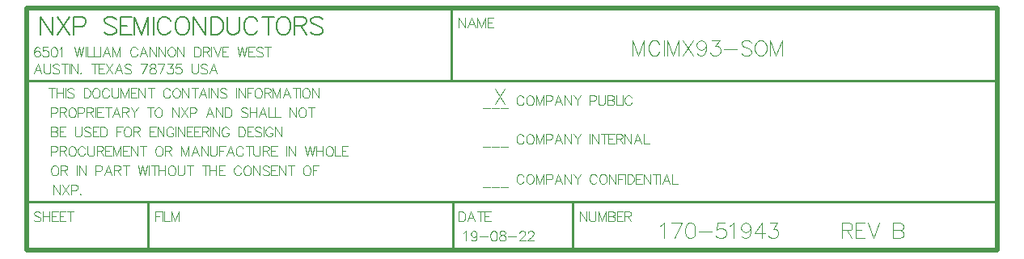
<source format=gbr>
%TF.GenerationSoftware,Altium Limited,Altium Designer,25.7.1 (20)*%
G04 Layer_Color=32768*
%FSLAX45Y45*%
%MOMM*%
%TF.SameCoordinates,1AA72D45-9F13-4BD8-B423-63960E99F270*%
%TF.FilePolarity,Positive*%
%TF.FileFunction,Other,Patch_Top*%
%TF.Part,Single*%
G01*
G75*
%TA.AperFunction,NonConductor*%
%ADD95C,0.25400*%
%ADD110C,0.50800*%
%ADD111C,0.08890*%
%ADD112C,0.14224*%
%ADD113C,0.11938*%
D95*
X-8653526Y-7384161D02*
Y-6622161D01*
X-11828526Y-9162161D02*
Y-8654161D01*
X-8640826Y-9162161D02*
Y-8654161D01*
X-13098526D02*
X-2938526D01*
X-7383526Y-9162161D02*
Y-8654161D01*
X-13098526Y-7384161D02*
X-2938526D01*
X-13098526Y-7892161D02*
Y-7384161D01*
D110*
Y-9162161D02*
X-2938526D01*
Y-6622161D01*
X-13098526D02*
X-2938526D01*
X-13098526Y-9162161D02*
Y-6622161D01*
D111*
X-12819125Y-8476383D02*
Y-8577961D01*
Y-8476383D02*
X-12751407Y-8577961D01*
Y-8476383D02*
Y-8577961D01*
X-12723352Y-8476383D02*
X-12655633Y-8577961D01*
Y-8476383D02*
X-12723352Y-8577961D01*
X-12632899Y-8529591D02*
X-12589366D01*
X-12574855Y-8524753D01*
X-12570018Y-8519916D01*
X-12565180Y-8510242D01*
Y-8495731D01*
X-12570018Y-8486057D01*
X-12574855Y-8481220D01*
X-12589366Y-8476383D01*
X-12632899D01*
Y-8577961D01*
X-12537609Y-8568287D02*
X-12542446Y-8573124D01*
X-12537609Y-8577961D01*
X-12532772Y-8573124D01*
X-12537609Y-8568287D01*
X-7307326Y-8755783D02*
Y-8857361D01*
Y-8755783D02*
X-7239607Y-8857361D01*
Y-8755783D02*
Y-8857361D01*
X-7211552Y-8755783D02*
Y-8828339D01*
X-7206715Y-8842850D01*
X-7197041Y-8852524D01*
X-7182530Y-8857361D01*
X-7172856D01*
X-7158345Y-8852524D01*
X-7148670Y-8842850D01*
X-7143833Y-8828339D01*
Y-8755783D01*
X-7115779D02*
Y-8857361D01*
Y-8755783D02*
X-7077082Y-8857361D01*
X-7038385Y-8755783D02*
X-7077082Y-8857361D01*
X-7038385Y-8755783D02*
Y-8857361D01*
X-7009363Y-8755783D02*
Y-8857361D01*
Y-8755783D02*
X-6965830D01*
X-6951319Y-8760620D01*
X-6946481Y-8765457D01*
X-6941644Y-8775131D01*
Y-8784805D01*
X-6946481Y-8794479D01*
X-6951319Y-8799316D01*
X-6965830Y-8804153D01*
X-7009363D02*
X-6965830D01*
X-6951319Y-8808991D01*
X-6946481Y-8813827D01*
X-6941644Y-8823502D01*
Y-8838013D01*
X-6946481Y-8847687D01*
X-6951319Y-8852524D01*
X-6965830Y-8857361D01*
X-7009363D01*
X-6856028Y-8755783D02*
X-6918910D01*
Y-8857361D01*
X-6856028D01*
X-6918910Y-8804153D02*
X-6880214D01*
X-6839099Y-8755783D02*
Y-8857361D01*
Y-8755783D02*
X-6795565D01*
X-6781054Y-8760620D01*
X-6776217Y-8765457D01*
X-6771380Y-8775131D01*
Y-8784805D01*
X-6776217Y-8794479D01*
X-6781054Y-8799316D01*
X-6795565Y-8804153D01*
X-6839099D01*
X-6805239D02*
X-6771380Y-8857361D01*
X-12836067Y-7460383D02*
Y-7561961D01*
X-12869926Y-7460383D02*
X-12802206D01*
X-12790115D02*
Y-7561961D01*
X-12722396Y-7460383D02*
Y-7561961D01*
X-12790115Y-7508753D02*
X-12722396D01*
X-12694341Y-7460383D02*
Y-7561961D01*
X-12605339Y-7474894D02*
X-12615013Y-7465220D01*
X-12629524Y-7460383D01*
X-12648872D01*
X-12663384Y-7465220D01*
X-12673058Y-7474894D01*
Y-7484568D01*
X-12668221Y-7494242D01*
X-12663384Y-7499079D01*
X-12653710Y-7503916D01*
X-12624687Y-7513591D01*
X-12615013Y-7518427D01*
X-12610176Y-7523265D01*
X-12605339Y-7532939D01*
Y-7547450D01*
X-12615013Y-7557124D01*
X-12629524Y-7561961D01*
X-12648872D01*
X-12663384Y-7557124D01*
X-12673058Y-7547450D01*
X-12502793Y-7460383D02*
Y-7561961D01*
Y-7460383D02*
X-12468934D01*
X-12454423Y-7465220D01*
X-12444749Y-7474894D01*
X-12439912Y-7484568D01*
X-12435074Y-7499079D01*
Y-7523265D01*
X-12439912Y-7537776D01*
X-12444749Y-7547450D01*
X-12454423Y-7557124D01*
X-12468934Y-7561961D01*
X-12502793D01*
X-12383318Y-7460383D02*
X-12392992Y-7465220D01*
X-12402666Y-7474894D01*
X-12407503Y-7484568D01*
X-12412340Y-7499079D01*
Y-7523265D01*
X-12407503Y-7537776D01*
X-12402666Y-7547450D01*
X-12392992Y-7557124D01*
X-12383318Y-7561961D01*
X-12363970D01*
X-12354296Y-7557124D01*
X-12344621Y-7547450D01*
X-12339785Y-7537776D01*
X-12334947Y-7523265D01*
Y-7499079D01*
X-12339785Y-7484568D01*
X-12344621Y-7474894D01*
X-12354296Y-7465220D01*
X-12363970Y-7460383D01*
X-12383318D01*
X-12238690Y-7484568D02*
X-12243527Y-7474894D01*
X-12253201Y-7465220D01*
X-12262875Y-7460383D01*
X-12282224D01*
X-12291898Y-7465220D01*
X-12301572Y-7474894D01*
X-12306409Y-7484568D01*
X-12311246Y-7499079D01*
Y-7523265D01*
X-12306409Y-7537776D01*
X-12301572Y-7547450D01*
X-12291898Y-7557124D01*
X-12282224Y-7561961D01*
X-12262875D01*
X-12253201Y-7557124D01*
X-12243527Y-7547450D01*
X-12238690Y-7537776D01*
X-12210151Y-7460383D02*
Y-7532939D01*
X-12205314Y-7547450D01*
X-12195640Y-7557124D01*
X-12181129Y-7561961D01*
X-12171455D01*
X-12156944Y-7557124D01*
X-12147270Y-7547450D01*
X-12142432Y-7532939D01*
Y-7460383D01*
X-12114378D02*
Y-7561961D01*
Y-7460383D02*
X-12075681Y-7561961D01*
X-12036985Y-7460383D02*
X-12075681Y-7561961D01*
X-12036985Y-7460383D02*
Y-7561961D01*
X-11945081Y-7460383D02*
X-12007962D01*
Y-7561961D01*
X-11945081D01*
X-12007962Y-7508753D02*
X-11969266D01*
X-11928151Y-7460383D02*
Y-7561961D01*
Y-7460383D02*
X-11860432Y-7561961D01*
Y-7460383D02*
Y-7561961D01*
X-11798518Y-7460383D02*
Y-7561961D01*
X-11832377Y-7460383D02*
X-11764658D01*
X-11600199Y-7484568D02*
X-11605035Y-7474894D01*
X-11614710Y-7465220D01*
X-11624384Y-7460383D01*
X-11643732D01*
X-11653406Y-7465220D01*
X-11663080Y-7474894D01*
X-11667917Y-7484568D01*
X-11672754Y-7499079D01*
Y-7523265D01*
X-11667917Y-7537776D01*
X-11663080Y-7547450D01*
X-11653406Y-7557124D01*
X-11643732Y-7561961D01*
X-11624384D01*
X-11614710Y-7557124D01*
X-11605035Y-7547450D01*
X-11600199Y-7537776D01*
X-11542638Y-7460383D02*
X-11552312Y-7465220D01*
X-11561986Y-7474894D01*
X-11566823Y-7484568D01*
X-11571660Y-7499079D01*
Y-7523265D01*
X-11566823Y-7537776D01*
X-11561986Y-7547450D01*
X-11552312Y-7557124D01*
X-11542638Y-7561961D01*
X-11523289D01*
X-11513615Y-7557124D01*
X-11503941Y-7547450D01*
X-11499104Y-7537776D01*
X-11494267Y-7523265D01*
Y-7499079D01*
X-11499104Y-7484568D01*
X-11503941Y-7474894D01*
X-11513615Y-7465220D01*
X-11523289Y-7460383D01*
X-11542638D01*
X-11470565D02*
Y-7561961D01*
Y-7460383D02*
X-11402846Y-7561961D01*
Y-7460383D02*
Y-7561961D01*
X-11340932Y-7460383D02*
Y-7561961D01*
X-11374792Y-7460383D02*
X-11307073D01*
X-11217587Y-7561961D02*
X-11256284Y-7460383D01*
X-11294980Y-7561961D01*
X-11280469Y-7528102D02*
X-11232098D01*
X-11193886Y-7460383D02*
Y-7561961D01*
X-11172602Y-7460383D02*
Y-7561961D01*
Y-7460383D02*
X-11104884Y-7561961D01*
Y-7460383D02*
Y-7561961D01*
X-11009110Y-7474894D02*
X-11018784Y-7465220D01*
X-11033295Y-7460383D01*
X-11052643D01*
X-11067155Y-7465220D01*
X-11076829Y-7474894D01*
Y-7484568D01*
X-11071992Y-7494242D01*
X-11067155Y-7499079D01*
X-11057481Y-7503916D01*
X-11028458Y-7513591D01*
X-11018784Y-7518427D01*
X-11013947Y-7523265D01*
X-11009110Y-7532939D01*
Y-7547450D01*
X-11018784Y-7557124D01*
X-11033295Y-7561961D01*
X-11052643D01*
X-11067155Y-7557124D01*
X-11076829Y-7547450D01*
X-10906564Y-7460383D02*
Y-7561961D01*
X-10885281Y-7460383D02*
Y-7561961D01*
Y-7460383D02*
X-10817562Y-7561961D01*
Y-7460383D02*
Y-7561961D01*
X-10789508Y-7460383D02*
Y-7561961D01*
Y-7460383D02*
X-10726626D01*
X-10789508Y-7508753D02*
X-10750811D01*
X-10685994Y-7460383D02*
X-10695668Y-7465220D01*
X-10705343Y-7474894D01*
X-10710179Y-7484568D01*
X-10715017Y-7499079D01*
Y-7523265D01*
X-10710179Y-7537776D01*
X-10705343Y-7547450D01*
X-10695668Y-7557124D01*
X-10685994Y-7561961D01*
X-10666646D01*
X-10656972Y-7557124D01*
X-10647298Y-7547450D01*
X-10642461Y-7537776D01*
X-10637624Y-7523265D01*
Y-7499079D01*
X-10642461Y-7484568D01*
X-10647298Y-7474894D01*
X-10656972Y-7465220D01*
X-10666646Y-7460383D01*
X-10685994D01*
X-10613922D02*
Y-7561961D01*
Y-7460383D02*
X-10570389D01*
X-10555878Y-7465220D01*
X-10551040Y-7470057D01*
X-10546203Y-7479731D01*
Y-7489405D01*
X-10551040Y-7499079D01*
X-10555878Y-7503916D01*
X-10570389Y-7508753D01*
X-10613922D01*
X-10580063D02*
X-10546203Y-7561961D01*
X-10523469Y-7460383D02*
Y-7561961D01*
Y-7460383D02*
X-10484773Y-7561961D01*
X-10446076Y-7460383D02*
X-10484773Y-7561961D01*
X-10446076Y-7460383D02*
Y-7561961D01*
X-10339661D02*
X-10378357Y-7460383D01*
X-10417054Y-7561961D01*
X-10402543Y-7528102D02*
X-10354172D01*
X-10282100Y-7460383D02*
Y-7561961D01*
X-10315959Y-7460383D02*
X-10248240D01*
X-10236148D02*
Y-7561961D01*
X-10185842Y-7460383D02*
X-10195517Y-7465220D01*
X-10205191Y-7474894D01*
X-10210028Y-7484568D01*
X-10214865Y-7499079D01*
Y-7523265D01*
X-10210028Y-7537776D01*
X-10205191Y-7547450D01*
X-10195517Y-7557124D01*
X-10185842Y-7561961D01*
X-10166494D01*
X-10156820Y-7557124D01*
X-10147146Y-7547450D01*
X-10142309Y-7537776D01*
X-10137472Y-7523265D01*
Y-7499079D01*
X-10142309Y-7484568D01*
X-10147146Y-7474894D01*
X-10156820Y-7465220D01*
X-10166494Y-7460383D01*
X-10185842D01*
X-10113770D02*
Y-7561961D01*
Y-7460383D02*
X-10046051Y-7561961D01*
Y-7460383D02*
Y-7561961D01*
X-8526526Y-8978331D02*
X-8516852Y-8973494D01*
X-8502341Y-8958983D01*
Y-9060561D01*
X-8389153Y-8992842D02*
X-8393991Y-9007353D01*
X-8403665Y-9017027D01*
X-8418176Y-9021865D01*
X-8423013D01*
X-8437524Y-9017027D01*
X-8447198Y-9007353D01*
X-8452035Y-8992842D01*
Y-8988005D01*
X-8447198Y-8973494D01*
X-8437524Y-8963820D01*
X-8423013Y-8958983D01*
X-8418176D01*
X-8403665Y-8963820D01*
X-8393991Y-8973494D01*
X-8389153Y-8992842D01*
Y-9017027D01*
X-8393991Y-9041213D01*
X-8403665Y-9055724D01*
X-8418176Y-9060561D01*
X-8427850D01*
X-8442361Y-9055724D01*
X-8447198Y-9046050D01*
X-8361582Y-9017027D02*
X-8274515D01*
X-8215503Y-8958983D02*
X-8230014Y-8963820D01*
X-8239688Y-8978331D01*
X-8244525Y-9002516D01*
Y-9017027D01*
X-8239688Y-9041213D01*
X-8230014Y-9055724D01*
X-8215503Y-9060561D01*
X-8205829D01*
X-8191318Y-9055724D01*
X-8181644Y-9041213D01*
X-8176806Y-9017027D01*
Y-9002516D01*
X-8181644Y-8978331D01*
X-8191318Y-8963820D01*
X-8205829Y-8958983D01*
X-8215503D01*
X-8129887D02*
X-8144398Y-8963820D01*
X-8149235Y-8973494D01*
Y-8983168D01*
X-8144398Y-8992842D01*
X-8134724Y-8997679D01*
X-8115376Y-9002516D01*
X-8100865Y-9007353D01*
X-8091191Y-9017027D01*
X-8086353Y-9026702D01*
Y-9041213D01*
X-8091191Y-9050887D01*
X-8096028Y-9055724D01*
X-8110539Y-9060561D01*
X-8129887D01*
X-8144398Y-9055724D01*
X-8149235Y-9050887D01*
X-8154072Y-9041213D01*
Y-9026702D01*
X-8149235Y-9017027D01*
X-8139561Y-9007353D01*
X-8125050Y-9002516D01*
X-8105702Y-8997679D01*
X-8096028Y-8992842D01*
X-8091191Y-8983168D01*
Y-8973494D01*
X-8096028Y-8963820D01*
X-8110539Y-8958983D01*
X-8129887D01*
X-8063619Y-9017027D02*
X-7976552D01*
X-7941725Y-8983168D02*
Y-8978331D01*
X-7936888Y-8968657D01*
X-7932051Y-8963820D01*
X-7922377Y-8958983D01*
X-7903029D01*
X-7893355Y-8963820D01*
X-7888518Y-8968657D01*
X-7883681Y-8978331D01*
Y-8988005D01*
X-7888518Y-8997679D01*
X-7898192Y-9012191D01*
X-7946562Y-9060561D01*
X-7878844D01*
X-7851272Y-8983168D02*
Y-8978331D01*
X-7846435Y-8968657D01*
X-7841598Y-8963820D01*
X-7831924Y-8958983D01*
X-7812576D01*
X-7802902Y-8963820D01*
X-7798065Y-8968657D01*
X-7793228Y-8978331D01*
Y-8988005D01*
X-7798065Y-8997679D01*
X-7807739Y-9012191D01*
X-7856110Y-9060561D01*
X-7788391D01*
X-12964281Y-7043094D02*
X-12969118Y-7033420D01*
X-12983630Y-7028583D01*
X-12993304D01*
X-13007816Y-7033420D01*
X-13017490Y-7047931D01*
X-13022327Y-7072116D01*
Y-7096302D01*
X-13017490Y-7115650D01*
X-13007816Y-7125324D01*
X-12993304Y-7130161D01*
X-12988467D01*
X-12973956Y-7125324D01*
X-12964281Y-7115650D01*
X-12959444Y-7101139D01*
Y-7096302D01*
X-12964281Y-7081791D01*
X-12973956Y-7072116D01*
X-12988467Y-7067279D01*
X-12993304D01*
X-13007816Y-7072116D01*
X-13017490Y-7081791D01*
X-13022327Y-7096302D01*
X-12879149Y-7028583D02*
X-12927521D01*
X-12932356Y-7072116D01*
X-12927521Y-7067279D01*
X-12913008Y-7062442D01*
X-12898497D01*
X-12883986Y-7067279D01*
X-12874312Y-7076953D01*
X-12869475Y-7091465D01*
Y-7101139D01*
X-12874312Y-7115650D01*
X-12883986Y-7125324D01*
X-12898497Y-7130161D01*
X-12913008D01*
X-12927521Y-7125324D01*
X-12932356Y-7120487D01*
X-12937193Y-7110813D01*
X-12817719Y-7028583D02*
X-12832230Y-7033420D01*
X-12841904Y-7047931D01*
X-12846741Y-7072116D01*
Y-7086627D01*
X-12841904Y-7110813D01*
X-12832230Y-7125324D01*
X-12817719Y-7130161D01*
X-12808044D01*
X-12793533Y-7125324D01*
X-12783859Y-7110813D01*
X-12779022Y-7086627D01*
Y-7072116D01*
X-12783859Y-7047931D01*
X-12793533Y-7033420D01*
X-12808044Y-7028583D01*
X-12817719D01*
X-12756288Y-7047931D02*
X-12746614Y-7043094D01*
X-12732103Y-7028583D01*
Y-7130161D01*
X-12601986Y-7028583D02*
X-12577800Y-7130161D01*
X-12553615Y-7028583D02*
X-12577800Y-7130161D01*
X-12553615Y-7028583D02*
X-12529430Y-7130161D01*
X-12505244Y-7028583D02*
X-12529430Y-7130161D01*
X-12484929Y-7028583D02*
Y-7130161D01*
X-12463646Y-7028583D02*
Y-7130161D01*
X-12405601D01*
X-12394476Y-7028583D02*
Y-7130161D01*
X-12336431D01*
X-12325306Y-7028583D02*
Y-7130161D01*
X-12226629D02*
X-12265326Y-7028583D01*
X-12304022Y-7130161D01*
X-12289511Y-7096302D02*
X-12241141D01*
X-12202928Y-7028583D02*
Y-7130161D01*
Y-7028583D02*
X-12164231Y-7130161D01*
X-12125535Y-7028583D02*
X-12164231Y-7130161D01*
X-12125535Y-7028583D02*
Y-7130161D01*
X-11944145Y-7052768D02*
X-11948982Y-7043094D01*
X-11958657Y-7033420D01*
X-11968331Y-7028583D01*
X-11987679D01*
X-11997353Y-7033420D01*
X-12007027Y-7043094D01*
X-12011864Y-7052768D01*
X-12016701Y-7067279D01*
Y-7091465D01*
X-12011864Y-7105976D01*
X-12007027Y-7115650D01*
X-11997353Y-7125324D01*
X-11987679Y-7130161D01*
X-11968331D01*
X-11958657Y-7125324D01*
X-11948982Y-7115650D01*
X-11944145Y-7105976D01*
X-11838214Y-7130161D02*
X-11876910Y-7028583D01*
X-11915607Y-7130161D01*
X-11901095Y-7096302D02*
X-11852725D01*
X-11814512Y-7028583D02*
Y-7130161D01*
Y-7028583D02*
X-11746793Y-7130161D01*
Y-7028583D02*
Y-7130161D01*
X-11718738Y-7028583D02*
Y-7130161D01*
Y-7028583D02*
X-11651019Y-7130161D01*
Y-7028583D02*
Y-7130161D01*
X-11593942Y-7028583D02*
X-11603616Y-7033420D01*
X-11613290Y-7043094D01*
X-11618127Y-7052768D01*
X-11622965Y-7067279D01*
Y-7091465D01*
X-11618127Y-7105976D01*
X-11613290Y-7115650D01*
X-11603616Y-7125324D01*
X-11593942Y-7130161D01*
X-11574594D01*
X-11564920Y-7125324D01*
X-11555246Y-7115650D01*
X-11550409Y-7105976D01*
X-11545572Y-7091465D01*
Y-7067279D01*
X-11550409Y-7052768D01*
X-11555246Y-7043094D01*
X-11564920Y-7033420D01*
X-11574594Y-7028583D01*
X-11593942D01*
X-11521870D02*
Y-7130161D01*
Y-7028583D02*
X-11454151Y-7130161D01*
Y-7028583D02*
Y-7130161D01*
X-11346285Y-7028583D02*
Y-7130161D01*
Y-7028583D02*
X-11312425D01*
X-11297914Y-7033420D01*
X-11288240Y-7043094D01*
X-11283403Y-7052768D01*
X-11278566Y-7067279D01*
Y-7091465D01*
X-11283403Y-7105976D01*
X-11288240Y-7115650D01*
X-11297914Y-7125324D01*
X-11312425Y-7130161D01*
X-11346285D01*
X-11255832Y-7028583D02*
Y-7130161D01*
Y-7028583D02*
X-11212298D01*
X-11197787Y-7033420D01*
X-11192950Y-7038257D01*
X-11188113Y-7047931D01*
Y-7057605D01*
X-11192950Y-7067279D01*
X-11197787Y-7072116D01*
X-11212298Y-7076953D01*
X-11255832D01*
X-11221972D02*
X-11188113Y-7130161D01*
X-11165379Y-7028583D02*
Y-7130161D01*
X-11144096Y-7028583D02*
X-11105399Y-7130161D01*
X-11066703Y-7028583D02*
X-11105399Y-7130161D01*
X-10990761Y-7028583D02*
X-11053643D01*
Y-7130161D01*
X-10990761D01*
X-11053643Y-7076953D02*
X-11014946D01*
X-10894020Y-7028583D02*
X-10869835Y-7130161D01*
X-10845650Y-7028583D02*
X-10869835Y-7130161D01*
X-10845650Y-7028583D02*
X-10821464Y-7130161D01*
X-10797279Y-7028583D02*
X-10821464Y-7130161D01*
X-10714081Y-7028583D02*
X-10776963D01*
Y-7130161D01*
X-10714081D01*
X-10776963Y-7076953D02*
X-10738267D01*
X-10629433Y-7043094D02*
X-10639107Y-7033420D01*
X-10653618Y-7028583D01*
X-10672966D01*
X-10687478Y-7033420D01*
X-10697152Y-7043094D01*
Y-7052768D01*
X-10692315Y-7062442D01*
X-10687478Y-7067279D01*
X-10677804Y-7072116D01*
X-10648781Y-7081791D01*
X-10639107Y-7086627D01*
X-10634270Y-7091465D01*
X-10629433Y-7101139D01*
Y-7115650D01*
X-10639107Y-7125324D01*
X-10653618Y-7130161D01*
X-10672966D01*
X-10687478Y-7125324D01*
X-10697152Y-7115650D01*
X-10572839Y-7028583D02*
Y-7130161D01*
X-10606699Y-7028583D02*
X-10538980D01*
X-8577326Y-8755783D02*
Y-8857361D01*
Y-8755783D02*
X-8543467D01*
X-8528956Y-8760620D01*
X-8519281Y-8770294D01*
X-8514444Y-8779968D01*
X-8509607Y-8794479D01*
Y-8818665D01*
X-8514444Y-8833176D01*
X-8519281Y-8842850D01*
X-8528956Y-8852524D01*
X-8543467Y-8857361D01*
X-8577326D01*
X-8409480D02*
X-8448177Y-8755783D01*
X-8486873Y-8857361D01*
X-8472362Y-8823502D02*
X-8423991D01*
X-8351919Y-8755783D02*
Y-8857361D01*
X-8385779Y-8755783D02*
X-8318060D01*
X-8243085D02*
X-8305967D01*
Y-8857361D01*
X-8243085D01*
X-8305967Y-8804153D02*
X-8267271D01*
X-8577326Y-6723783D02*
Y-6825361D01*
Y-6723783D02*
X-8509607Y-6825361D01*
Y-6723783D02*
Y-6825361D01*
X-8404159D02*
X-8442856Y-6723783D01*
X-8481552Y-6825361D01*
X-8467041Y-6791502D02*
X-8418670D01*
X-8380458Y-6723783D02*
Y-6825361D01*
Y-6723783D02*
X-8341761Y-6825361D01*
X-8303065Y-6723783D02*
X-8341761Y-6825361D01*
X-8303065Y-6723783D02*
Y-6825361D01*
X-8211161Y-6723783D02*
X-8274042D01*
Y-6825361D01*
X-8211161D01*
X-8274042Y-6772153D02*
X-8235346D01*
X-12944933Y-7307961D02*
X-12983630Y-7206383D01*
X-13022327Y-7307961D01*
X-13007816Y-7274102D02*
X-12959444D01*
X-12921231Y-7206383D02*
Y-7278939D01*
X-12916394Y-7293450D01*
X-12906720Y-7303124D01*
X-12892209Y-7307961D01*
X-12882535D01*
X-12868024Y-7303124D01*
X-12858350Y-7293450D01*
X-12853513Y-7278939D01*
Y-7206383D01*
X-12757739Y-7220894D02*
X-12767413Y-7211220D01*
X-12781924Y-7206383D01*
X-12801273D01*
X-12815784Y-7211220D01*
X-12825458Y-7220894D01*
Y-7230568D01*
X-12820621Y-7240242D01*
X-12815784Y-7245079D01*
X-12806110Y-7249916D01*
X-12777087Y-7259591D01*
X-12767413Y-7264427D01*
X-12762576Y-7269265D01*
X-12757739Y-7278939D01*
Y-7293450D01*
X-12767413Y-7303124D01*
X-12781924Y-7307961D01*
X-12801273D01*
X-12815784Y-7303124D01*
X-12825458Y-7293450D01*
X-12701145Y-7206383D02*
Y-7307961D01*
X-12735005Y-7206383D02*
X-12667286D01*
X-12655193D02*
Y-7307961D01*
X-12633910Y-7206383D02*
Y-7307961D01*
Y-7206383D02*
X-12566191Y-7307961D01*
Y-7206383D02*
Y-7307961D01*
X-12533299Y-7298287D02*
X-12538136Y-7303124D01*
X-12533299Y-7307961D01*
X-12528462Y-7303124D01*
X-12533299Y-7298287D01*
X-12392541Y-7206383D02*
Y-7307961D01*
X-12426401Y-7206383D02*
X-12358682D01*
X-12283707D02*
X-12346589D01*
Y-7307961D01*
X-12283707D01*
X-12346589Y-7254753D02*
X-12307893D01*
X-12266778Y-7206383D02*
X-12199059Y-7307961D01*
Y-7206383D02*
X-12266778Y-7307961D01*
X-12098932D02*
X-12137629Y-7206383D01*
X-12176325Y-7307961D01*
X-12161814Y-7274102D02*
X-12113443D01*
X-12007511Y-7220894D02*
X-12017186Y-7211220D01*
X-12031697Y-7206383D01*
X-12051045D01*
X-12065556Y-7211220D01*
X-12075230Y-7220894D01*
Y-7230568D01*
X-12070393Y-7240242D01*
X-12065556Y-7245079D01*
X-12055882Y-7249916D01*
X-12026860Y-7259591D01*
X-12017186Y-7264427D01*
X-12012349Y-7269265D01*
X-12007511Y-7278939D01*
Y-7293450D01*
X-12017186Y-7303124D01*
X-12031697Y-7307961D01*
X-12051045D01*
X-12065556Y-7303124D01*
X-12075230Y-7293450D01*
X-11837247Y-7206383D02*
X-11885618Y-7307961D01*
X-11904966Y-7206383D02*
X-11837247D01*
X-11790328D02*
X-11804839Y-7211220D01*
X-11809676Y-7220894D01*
Y-7230568D01*
X-11804839Y-7240242D01*
X-11795165Y-7245079D01*
X-11775817Y-7249916D01*
X-11761305Y-7254753D01*
X-11751631Y-7264427D01*
X-11746794Y-7274102D01*
Y-7288613D01*
X-11751631Y-7298287D01*
X-11756468Y-7303124D01*
X-11770980Y-7307961D01*
X-11790328D01*
X-11804839Y-7303124D01*
X-11809676Y-7298287D01*
X-11814513Y-7288613D01*
Y-7274102D01*
X-11809676Y-7264427D01*
X-11800002Y-7254753D01*
X-11785491Y-7249916D01*
X-11766143Y-7245079D01*
X-11756468Y-7240242D01*
X-11751631Y-7230568D01*
Y-7220894D01*
X-11756468Y-7211220D01*
X-11770980Y-7206383D01*
X-11790328D01*
X-11656341D02*
X-11704712Y-7307961D01*
X-11724060Y-7206383D02*
X-11656341D01*
X-11623933D02*
X-11570725D01*
X-11599748Y-7245079D01*
X-11585237D01*
X-11575563Y-7249916D01*
X-11570725Y-7254753D01*
X-11565888Y-7269265D01*
Y-7278939D01*
X-11570725Y-7293450D01*
X-11580399Y-7303124D01*
X-11594911Y-7307961D01*
X-11609422D01*
X-11623933Y-7303124D01*
X-11628770Y-7298287D01*
X-11633607Y-7288613D01*
X-11485110Y-7206383D02*
X-11533480D01*
X-11538317Y-7249916D01*
X-11533480Y-7245079D01*
X-11518969Y-7240242D01*
X-11504458D01*
X-11489947Y-7245079D01*
X-11480272Y-7254753D01*
X-11475435Y-7269265D01*
Y-7278939D01*
X-11480272Y-7293450D01*
X-11489947Y-7303124D01*
X-11504458Y-7307961D01*
X-11518969D01*
X-11533480Y-7303124D01*
X-11538317Y-7298287D01*
X-11543154Y-7288613D01*
X-11372890Y-7206383D02*
Y-7278939D01*
X-11368053Y-7293450D01*
X-11358379Y-7303124D01*
X-11343868Y-7307961D01*
X-11334193D01*
X-11319682Y-7303124D01*
X-11310008Y-7293450D01*
X-11305171Y-7278939D01*
Y-7206383D01*
X-11209397Y-7220894D02*
X-11219072Y-7211220D01*
X-11233583Y-7206383D01*
X-11252931D01*
X-11267442Y-7211220D01*
X-11277116Y-7220894D01*
Y-7230568D01*
X-11272279Y-7240242D01*
X-11267442Y-7245079D01*
X-11257768Y-7249916D01*
X-11228746Y-7259591D01*
X-11219072Y-7264427D01*
X-11214234Y-7269265D01*
X-11209397Y-7278939D01*
Y-7293450D01*
X-11219072Y-7303124D01*
X-11233583Y-7307961D01*
X-11252931D01*
X-11267442Y-7303124D01*
X-11277116Y-7293450D01*
X-11109270Y-7307961D02*
X-11147967Y-7206383D01*
X-11186663Y-7307961D01*
X-11172152Y-7274102D02*
X-11123781D01*
X-8323326Y-8497520D02*
X-8245933D01*
X-8232873D02*
X-8155480D01*
X-8142420D02*
X-8065027D01*
X-7899600Y-8386268D02*
X-7904437Y-8376594D01*
X-7914111Y-8366920D01*
X-7923785Y-8362083D01*
X-7943133D01*
X-7952808Y-8366920D01*
X-7962482Y-8376594D01*
X-7967319Y-8386268D01*
X-7972156Y-8400779D01*
Y-8424965D01*
X-7967319Y-8439476D01*
X-7962482Y-8449150D01*
X-7952808Y-8458824D01*
X-7943133Y-8463661D01*
X-7923785D01*
X-7914111Y-8458824D01*
X-7904437Y-8449150D01*
X-7899600Y-8439476D01*
X-7842039Y-8362083D02*
X-7851713Y-8366920D01*
X-7861387Y-8376594D01*
X-7866224Y-8386268D01*
X-7871061Y-8400779D01*
Y-8424965D01*
X-7866224Y-8439476D01*
X-7861387Y-8449150D01*
X-7851713Y-8458824D01*
X-7842039Y-8463661D01*
X-7822691D01*
X-7813017Y-8458824D01*
X-7803342Y-8449150D01*
X-7798505Y-8439476D01*
X-7793668Y-8424965D01*
Y-8400779D01*
X-7798505Y-8386268D01*
X-7803342Y-8376594D01*
X-7813017Y-8366920D01*
X-7822691Y-8362083D01*
X-7842039D01*
X-7769967D02*
Y-8463661D01*
Y-8362083D02*
X-7731270Y-8463661D01*
X-7692574Y-8362083D02*
X-7731270Y-8463661D01*
X-7692574Y-8362083D02*
Y-8463661D01*
X-7663551Y-8415291D02*
X-7620018D01*
X-7605507Y-8410453D01*
X-7600670Y-8405616D01*
X-7595832Y-8395942D01*
Y-8381431D01*
X-7600670Y-8371757D01*
X-7605507Y-8366920D01*
X-7620018Y-8362083D01*
X-7663551D01*
Y-8463661D01*
X-7495705D02*
X-7534402Y-8362083D01*
X-7573098Y-8463661D01*
X-7558587Y-8429802D02*
X-7510217D01*
X-7472004Y-8362083D02*
Y-8463661D01*
Y-8362083D02*
X-7404285Y-8463661D01*
Y-8362083D02*
Y-8463661D01*
X-7376230Y-8362083D02*
X-7337534Y-8410453D01*
Y-8463661D01*
X-7298837Y-8362083D02*
X-7337534Y-8410453D01*
X-7133410Y-8386268D02*
X-7138247Y-8376594D01*
X-7147921Y-8366920D01*
X-7157595Y-8362083D01*
X-7176943D01*
X-7186618Y-8366920D01*
X-7196292Y-8376594D01*
X-7201129Y-8386268D01*
X-7205966Y-8400779D01*
Y-8424965D01*
X-7201129Y-8439476D01*
X-7196292Y-8449150D01*
X-7186618Y-8458824D01*
X-7176943Y-8463661D01*
X-7157595D01*
X-7147921Y-8458824D01*
X-7138247Y-8449150D01*
X-7133410Y-8439476D01*
X-7075849Y-8362083D02*
X-7085523Y-8366920D01*
X-7095197Y-8376594D01*
X-7100034Y-8386268D01*
X-7104871Y-8400779D01*
Y-8424965D01*
X-7100034Y-8439476D01*
X-7095197Y-8449150D01*
X-7085523Y-8458824D01*
X-7075849Y-8463661D01*
X-7056501D01*
X-7046827Y-8458824D01*
X-7037152Y-8449150D01*
X-7032315Y-8439476D01*
X-7027478Y-8424965D01*
Y-8400779D01*
X-7032315Y-8386268D01*
X-7037152Y-8376594D01*
X-7046827Y-8366920D01*
X-7056501Y-8362083D01*
X-7075849D01*
X-7003777D02*
Y-8463661D01*
Y-8362083D02*
X-6936058Y-8463661D01*
Y-8362083D02*
Y-8463661D01*
X-6908003Y-8362083D02*
Y-8463661D01*
Y-8362083D02*
X-6845121D01*
X-6908003Y-8410453D02*
X-6869307D01*
X-6833512Y-8362083D02*
Y-8463661D01*
X-6812229Y-8362083D02*
Y-8463661D01*
Y-8362083D02*
X-6778369D01*
X-6763858Y-8366920D01*
X-6754184Y-8376594D01*
X-6749347Y-8386268D01*
X-6744510Y-8400779D01*
Y-8424965D01*
X-6749347Y-8439476D01*
X-6754184Y-8449150D01*
X-6763858Y-8458824D01*
X-6778369Y-8463661D01*
X-6812229D01*
X-6658894Y-8362083D02*
X-6721776D01*
Y-8463661D01*
X-6658894D01*
X-6721776Y-8410453D02*
X-6683080D01*
X-6641965Y-8362083D02*
Y-8463661D01*
Y-8362083D02*
X-6574246Y-8463661D01*
Y-8362083D02*
Y-8463661D01*
X-6512331Y-8362083D02*
Y-8463661D01*
X-6546191Y-8362083D02*
X-6478472D01*
X-6466379D02*
Y-8463661D01*
X-6367703D02*
X-6406400Y-8362083D01*
X-6445096Y-8463661D01*
X-6430585Y-8429802D02*
X-6382215D01*
X-6344002Y-8362083D02*
Y-8463661D01*
X-6285957D01*
X-8323326Y-7672020D02*
X-8245933D01*
X-8232873D02*
X-8155480D01*
X-8142420D02*
X-8065027D01*
X-7899600Y-7560768D02*
X-7904437Y-7551094D01*
X-7914111Y-7541420D01*
X-7923785Y-7536583D01*
X-7943133D01*
X-7952808Y-7541420D01*
X-7962482Y-7551094D01*
X-7967319Y-7560768D01*
X-7972156Y-7575279D01*
Y-7599465D01*
X-7967319Y-7613976D01*
X-7962482Y-7623650D01*
X-7952808Y-7633324D01*
X-7943133Y-7638161D01*
X-7923785D01*
X-7914111Y-7633324D01*
X-7904437Y-7623650D01*
X-7899600Y-7613976D01*
X-7842039Y-7536583D02*
X-7851713Y-7541420D01*
X-7861387Y-7551094D01*
X-7866224Y-7560768D01*
X-7871061Y-7575279D01*
Y-7599465D01*
X-7866224Y-7613976D01*
X-7861387Y-7623650D01*
X-7851713Y-7633324D01*
X-7842039Y-7638161D01*
X-7822691D01*
X-7813017Y-7633324D01*
X-7803342Y-7623650D01*
X-7798505Y-7613976D01*
X-7793668Y-7599465D01*
Y-7575279D01*
X-7798505Y-7560768D01*
X-7803342Y-7551094D01*
X-7813017Y-7541420D01*
X-7822691Y-7536583D01*
X-7842039D01*
X-7769967D02*
Y-7638161D01*
Y-7536583D02*
X-7731270Y-7638161D01*
X-7692574Y-7536583D02*
X-7731270Y-7638161D01*
X-7692574Y-7536583D02*
Y-7638161D01*
X-7663551Y-7589791D02*
X-7620018D01*
X-7605507Y-7584953D01*
X-7600670Y-7580116D01*
X-7595832Y-7570442D01*
Y-7555931D01*
X-7600670Y-7546257D01*
X-7605507Y-7541420D01*
X-7620018Y-7536583D01*
X-7663551D01*
Y-7638161D01*
X-7495705D02*
X-7534402Y-7536583D01*
X-7573098Y-7638161D01*
X-7558587Y-7604302D02*
X-7510217D01*
X-7472004Y-7536583D02*
Y-7638161D01*
Y-7536583D02*
X-7404285Y-7638161D01*
Y-7536583D02*
Y-7638161D01*
X-7376230Y-7536583D02*
X-7337534Y-7584953D01*
Y-7638161D01*
X-7298837Y-7536583D02*
X-7337534Y-7584953D01*
X-7205966Y-7589791D02*
X-7162432D01*
X-7147921Y-7584953D01*
X-7143084Y-7580116D01*
X-7138247Y-7570442D01*
Y-7555931D01*
X-7143084Y-7546257D01*
X-7147921Y-7541420D01*
X-7162432Y-7536583D01*
X-7205966D01*
Y-7638161D01*
X-7115513Y-7536583D02*
Y-7609139D01*
X-7110676Y-7623650D01*
X-7101002Y-7633324D01*
X-7086491Y-7638161D01*
X-7076816D01*
X-7062305Y-7633324D01*
X-7052631Y-7623650D01*
X-7047794Y-7609139D01*
Y-7536583D01*
X-7019739D02*
Y-7638161D01*
Y-7536583D02*
X-6976206D01*
X-6961694Y-7541420D01*
X-6956857Y-7546257D01*
X-6952020Y-7555931D01*
Y-7565605D01*
X-6956857Y-7575279D01*
X-6961694Y-7580116D01*
X-6976206Y-7584953D01*
X-7019739D02*
X-6976206D01*
X-6961694Y-7589791D01*
X-6956857Y-7594627D01*
X-6952020Y-7604302D01*
Y-7618813D01*
X-6956857Y-7628487D01*
X-6961694Y-7633324D01*
X-6976206Y-7638161D01*
X-7019739D01*
X-6929286Y-7536583D02*
Y-7638161D01*
X-6871242D01*
X-6860116Y-7536583D02*
Y-7638161D01*
X-6766277Y-7560768D02*
X-6771114Y-7551094D01*
X-6780788Y-7541420D01*
X-6790462Y-7536583D01*
X-6809811D01*
X-6819485Y-7541420D01*
X-6829159Y-7551094D01*
X-6833996Y-7560768D01*
X-6838833Y-7575279D01*
Y-7599465D01*
X-6833996Y-7613976D01*
X-6829159Y-7623650D01*
X-6819485Y-7633324D01*
X-6809811Y-7638161D01*
X-6790462D01*
X-6780788Y-7633324D01*
X-6771114Y-7623650D01*
X-6766277Y-7613976D01*
X-12954607Y-8770294D02*
X-12964281Y-8760620D01*
X-12978792Y-8755783D01*
X-12998141D01*
X-13012653Y-8760620D01*
X-13022327Y-8770294D01*
Y-8779968D01*
X-13017490Y-8789642D01*
X-13012653Y-8794479D01*
X-13002979Y-8799316D01*
X-12973956Y-8808991D01*
X-12964281Y-8813827D01*
X-12959444Y-8818665D01*
X-12954607Y-8828339D01*
Y-8842850D01*
X-12964281Y-8852524D01*
X-12978792Y-8857361D01*
X-12998141D01*
X-13012653Y-8852524D01*
X-13022327Y-8842850D01*
X-12931873Y-8755783D02*
Y-8857361D01*
X-12864154Y-8755783D02*
Y-8857361D01*
X-12931873Y-8804153D02*
X-12864154D01*
X-12773218Y-8755783D02*
X-12836099D01*
Y-8857361D01*
X-12773218D01*
X-12836099Y-8804153D02*
X-12797403D01*
X-12693406Y-8755783D02*
X-12756288D01*
Y-8857361D01*
X-12693406D01*
X-12756288Y-8804153D02*
X-12717592D01*
X-12642617Y-8755783D02*
Y-8857361D01*
X-12676477Y-8755783D02*
X-12608758D01*
X-12844527Y-8123191D02*
X-12800992D01*
X-12786481Y-8118353D01*
X-12781644Y-8113516D01*
X-12776807Y-8103842D01*
Y-8089331D01*
X-12781644Y-8079657D01*
X-12786481Y-8074820D01*
X-12800992Y-8069983D01*
X-12844527D01*
Y-8171561D01*
X-12754073Y-8069983D02*
Y-8171561D01*
Y-8069983D02*
X-12710539D01*
X-12696028Y-8074820D01*
X-12691191Y-8079657D01*
X-12686354Y-8089331D01*
Y-8099005D01*
X-12691191Y-8108679D01*
X-12696028Y-8113516D01*
X-12710539Y-8118353D01*
X-12754073D01*
X-12720214D02*
X-12686354Y-8171561D01*
X-12634598Y-8069983D02*
X-12644272Y-8074820D01*
X-12653946Y-8084494D01*
X-12658783Y-8094168D01*
X-12663620Y-8108679D01*
Y-8132865D01*
X-12658783Y-8147376D01*
X-12653946Y-8157050D01*
X-12644272Y-8166724D01*
X-12634598Y-8171561D01*
X-12615250D01*
X-12605576Y-8166724D01*
X-12595901Y-8157050D01*
X-12591064Y-8147376D01*
X-12586227Y-8132865D01*
Y-8108679D01*
X-12591064Y-8094168D01*
X-12595901Y-8084494D01*
X-12605576Y-8074820D01*
X-12615250Y-8069983D01*
X-12634598D01*
X-12489970Y-8094168D02*
X-12494807Y-8084494D01*
X-12504481Y-8074820D01*
X-12514155Y-8069983D01*
X-12533503D01*
X-12543177Y-8074820D01*
X-12552851Y-8084494D01*
X-12557688Y-8094168D01*
X-12562526Y-8108679D01*
Y-8132865D01*
X-12557688Y-8147376D01*
X-12552851Y-8157050D01*
X-12543177Y-8166724D01*
X-12533503Y-8171561D01*
X-12514155D01*
X-12504481Y-8166724D01*
X-12494807Y-8157050D01*
X-12489970Y-8147376D01*
X-12461431Y-8069983D02*
Y-8142539D01*
X-12456594Y-8157050D01*
X-12446920Y-8166724D01*
X-12432409Y-8171561D01*
X-12422735D01*
X-12408223Y-8166724D01*
X-12398549Y-8157050D01*
X-12393712Y-8142539D01*
Y-8069983D01*
X-12365657D02*
Y-8171561D01*
Y-8069983D02*
X-12322124D01*
X-12307613Y-8074820D01*
X-12302775Y-8079657D01*
X-12297938Y-8089331D01*
Y-8099005D01*
X-12302775Y-8108679D01*
X-12307613Y-8113516D01*
X-12322124Y-8118353D01*
X-12365657D01*
X-12331798D02*
X-12297938Y-8171561D01*
X-12212323Y-8069983D02*
X-12275204D01*
Y-8171561D01*
X-12212323D01*
X-12275204Y-8118353D02*
X-12236508D01*
X-12195393Y-8069983D02*
Y-8171561D01*
Y-8069983D02*
X-12156697Y-8171561D01*
X-12118000Y-8069983D02*
X-12156697Y-8171561D01*
X-12118000Y-8069983D02*
Y-8171561D01*
X-12026096Y-8069983D02*
X-12088978D01*
Y-8171561D01*
X-12026096D01*
X-12088978Y-8118353D02*
X-12050281D01*
X-12009166Y-8069983D02*
Y-8171561D01*
Y-8069983D02*
X-11941447Y-8171561D01*
Y-8069983D02*
Y-8171561D01*
X-11879533Y-8069983D02*
Y-8171561D01*
X-11913392Y-8069983D02*
X-11845674D01*
X-11724747D02*
X-11734422Y-8074820D01*
X-11744096Y-8084494D01*
X-11748933Y-8094168D01*
X-11753770Y-8108679D01*
Y-8132865D01*
X-11748933Y-8147376D01*
X-11744096Y-8157050D01*
X-11734422Y-8166724D01*
X-11724747Y-8171561D01*
X-11705399D01*
X-11695725Y-8166724D01*
X-11686051Y-8157050D01*
X-11681214Y-8147376D01*
X-11676377Y-8132865D01*
Y-8108679D01*
X-11681214Y-8094168D01*
X-11686051Y-8084494D01*
X-11695725Y-8074820D01*
X-11705399Y-8069983D01*
X-11724747D01*
X-11652675D02*
Y-8171561D01*
Y-8069983D02*
X-11609142D01*
X-11594631Y-8074820D01*
X-11589793Y-8079657D01*
X-11584956Y-8089331D01*
Y-8099005D01*
X-11589793Y-8108679D01*
X-11594631Y-8113516D01*
X-11609142Y-8118353D01*
X-11652675D01*
X-11618816D02*
X-11584956Y-8171561D01*
X-11482411Y-8069983D02*
Y-8171561D01*
Y-8069983D02*
X-11443714Y-8171561D01*
X-11405018Y-8069983D02*
X-11443714Y-8171561D01*
X-11405018Y-8069983D02*
Y-8171561D01*
X-11298602D02*
X-11337299Y-8069983D01*
X-11375996Y-8171561D01*
X-11361484Y-8137702D02*
X-11313114D01*
X-11274901Y-8069983D02*
Y-8171561D01*
Y-8069983D02*
X-11207182Y-8171561D01*
Y-8069983D02*
Y-8171561D01*
X-11179127Y-8069983D02*
Y-8142539D01*
X-11174290Y-8157050D01*
X-11164616Y-8166724D01*
X-11150105Y-8171561D01*
X-11140431D01*
X-11125920Y-8166724D01*
X-11116245Y-8157050D01*
X-11111408Y-8142539D01*
Y-8069983D01*
X-11083353D02*
Y-8171561D01*
Y-8069983D02*
X-11020472D01*
X-11083353Y-8118353D02*
X-11044657D01*
X-10931470Y-8171561D02*
X-10970166Y-8069983D01*
X-11008863Y-8171561D01*
X-10994351Y-8137702D02*
X-10945981D01*
X-10835212Y-8094168D02*
X-10840049Y-8084494D01*
X-10849724Y-8074820D01*
X-10859398Y-8069983D01*
X-10878746D01*
X-10888420Y-8074820D01*
X-10898094Y-8084494D01*
X-10902931Y-8094168D01*
X-10907768Y-8108679D01*
Y-8132865D01*
X-10902931Y-8147376D01*
X-10898094Y-8157050D01*
X-10888420Y-8166724D01*
X-10878746Y-8171561D01*
X-10859398D01*
X-10849724Y-8166724D01*
X-10840049Y-8157050D01*
X-10835212Y-8147376D01*
X-10772814Y-8069983D02*
Y-8171561D01*
X-10806674Y-8069983D02*
X-10738955D01*
X-10726862D02*
Y-8142539D01*
X-10722025Y-8157050D01*
X-10712351Y-8166724D01*
X-10697840Y-8171561D01*
X-10688166D01*
X-10673655Y-8166724D01*
X-10663980Y-8157050D01*
X-10659143Y-8142539D01*
Y-8069983D01*
X-10631088D02*
Y-8171561D01*
Y-8069983D02*
X-10587555D01*
X-10573044Y-8074820D01*
X-10568207Y-8079657D01*
X-10563370Y-8089331D01*
Y-8099005D01*
X-10568207Y-8108679D01*
X-10573044Y-8113516D01*
X-10587555Y-8118353D01*
X-10631088D01*
X-10597229D02*
X-10563370Y-8171561D01*
X-10477754Y-8069983D02*
X-10540636D01*
Y-8171561D01*
X-10477754D01*
X-10540636Y-8118353D02*
X-10501939D01*
X-10381013Y-8069983D02*
Y-8171561D01*
X-10359730Y-8069983D02*
Y-8171561D01*
Y-8069983D02*
X-10292011Y-8171561D01*
Y-8069983D02*
Y-8171561D01*
X-10184144Y-8069983D02*
X-10159959Y-8171561D01*
X-10135774Y-8069983D02*
X-10159959Y-8171561D01*
X-10135774Y-8069983D02*
X-10111589Y-8171561D01*
X-10087403Y-8069983D02*
X-10111589Y-8171561D01*
X-10067088Y-8069983D02*
Y-8171561D01*
X-9999369Y-8069983D02*
Y-8171561D01*
X-10067088Y-8118353D02*
X-9999369D01*
X-9942292Y-8069983D02*
X-9951966Y-8074820D01*
X-9961640Y-8084494D01*
X-9966477Y-8094168D01*
X-9971314Y-8108679D01*
Y-8132865D01*
X-9966477Y-8147376D01*
X-9961640Y-8157050D01*
X-9951966Y-8166724D01*
X-9942292Y-8171561D01*
X-9922943D01*
X-9913269Y-8166724D01*
X-9903595Y-8157050D01*
X-9898758Y-8147376D01*
X-9893921Y-8132865D01*
Y-8108679D01*
X-9898758Y-8094168D01*
X-9903595Y-8084494D01*
X-9913269Y-8074820D01*
X-9922943Y-8069983D01*
X-9942292D01*
X-9870219D02*
Y-8171561D01*
X-9812175D01*
X-9738167Y-8069983D02*
X-9801049D01*
Y-8171561D01*
X-9738167D01*
X-9801049Y-8118353D02*
X-9762353D01*
X-8323326Y-8078420D02*
X-8245933D01*
X-8232873D02*
X-8155480D01*
X-8142420D02*
X-8065027D01*
X-7899600Y-7967168D02*
X-7904437Y-7957494D01*
X-7914111Y-7947820D01*
X-7923785Y-7942983D01*
X-7943133D01*
X-7952808Y-7947820D01*
X-7962482Y-7957494D01*
X-7967319Y-7967168D01*
X-7972156Y-7981679D01*
Y-8005865D01*
X-7967319Y-8020376D01*
X-7962482Y-8030050D01*
X-7952808Y-8039724D01*
X-7943133Y-8044561D01*
X-7923785D01*
X-7914111Y-8039724D01*
X-7904437Y-8030050D01*
X-7899600Y-8020376D01*
X-7842039Y-7942983D02*
X-7851713Y-7947820D01*
X-7861387Y-7957494D01*
X-7866224Y-7967168D01*
X-7871061Y-7981679D01*
Y-8005865D01*
X-7866224Y-8020376D01*
X-7861387Y-8030050D01*
X-7851713Y-8039724D01*
X-7842039Y-8044561D01*
X-7822691D01*
X-7813017Y-8039724D01*
X-7803342Y-8030050D01*
X-7798505Y-8020376D01*
X-7793668Y-8005865D01*
Y-7981679D01*
X-7798505Y-7967168D01*
X-7803342Y-7957494D01*
X-7813017Y-7947820D01*
X-7822691Y-7942983D01*
X-7842039D01*
X-7769967D02*
Y-8044561D01*
Y-7942983D02*
X-7731270Y-8044561D01*
X-7692574Y-7942983D02*
X-7731270Y-8044561D01*
X-7692574Y-7942983D02*
Y-8044561D01*
X-7663551Y-7996191D02*
X-7620018D01*
X-7605507Y-7991353D01*
X-7600670Y-7986516D01*
X-7595832Y-7976842D01*
Y-7962331D01*
X-7600670Y-7952657D01*
X-7605507Y-7947820D01*
X-7620018Y-7942983D01*
X-7663551D01*
Y-8044561D01*
X-7495705D02*
X-7534402Y-7942983D01*
X-7573098Y-8044561D01*
X-7558587Y-8010702D02*
X-7510217D01*
X-7472004Y-7942983D02*
Y-8044561D01*
Y-7942983D02*
X-7404285Y-8044561D01*
Y-7942983D02*
Y-8044561D01*
X-7376230Y-7942983D02*
X-7337534Y-7991353D01*
Y-8044561D01*
X-7298837Y-7942983D02*
X-7337534Y-7991353D01*
X-7205966Y-7942983D02*
Y-8044561D01*
X-7184683Y-7942983D02*
Y-8044561D01*
Y-7942983D02*
X-7116964Y-8044561D01*
Y-7942983D02*
Y-8044561D01*
X-7055049Y-7942983D02*
Y-8044561D01*
X-7088909Y-7942983D02*
X-7021190D01*
X-6946216D02*
X-7009097D01*
Y-8044561D01*
X-6946216D01*
X-7009097Y-7991353D02*
X-6970401D01*
X-6929286Y-7942983D02*
Y-8044561D01*
Y-7942983D02*
X-6885753D01*
X-6871242Y-7947820D01*
X-6866404Y-7952657D01*
X-6861567Y-7962331D01*
Y-7972005D01*
X-6866404Y-7981679D01*
X-6871242Y-7986516D01*
X-6885753Y-7991353D01*
X-6929286D01*
X-6895427D02*
X-6861567Y-8044561D01*
X-6838833Y-7942983D02*
Y-8044561D01*
Y-7942983D02*
X-6771114Y-8044561D01*
Y-7942983D02*
Y-8044561D01*
X-6665666D02*
X-6704363Y-7942983D01*
X-6743059Y-8044561D01*
X-6728548Y-8010702D02*
X-6680178D01*
X-6641965Y-7942983D02*
Y-8044561D01*
X-6583920D01*
X-12844527Y-7866783D02*
Y-7968361D01*
Y-7866783D02*
X-12800992D01*
X-12786481Y-7871620D01*
X-12781644Y-7876457D01*
X-12776807Y-7886131D01*
Y-7895805D01*
X-12781644Y-7905479D01*
X-12786481Y-7910316D01*
X-12800992Y-7915153D01*
X-12844527D02*
X-12800992D01*
X-12786481Y-7919991D01*
X-12781644Y-7924827D01*
X-12776807Y-7934502D01*
Y-7949013D01*
X-12781644Y-7958687D01*
X-12786481Y-7963524D01*
X-12800992Y-7968361D01*
X-12844527D01*
X-12691191Y-7866783D02*
X-12754073D01*
Y-7968361D01*
X-12691191D01*
X-12754073Y-7915153D02*
X-12715377D01*
X-12594450Y-7866783D02*
Y-7939339D01*
X-12589613Y-7953850D01*
X-12579939Y-7963524D01*
X-12565428Y-7968361D01*
X-12555754D01*
X-12541243Y-7963524D01*
X-12531569Y-7953850D01*
X-12526731Y-7939339D01*
Y-7866783D01*
X-12430958Y-7881294D02*
X-12440632Y-7871620D01*
X-12455143Y-7866783D01*
X-12474491D01*
X-12489002Y-7871620D01*
X-12498677Y-7881294D01*
Y-7890968D01*
X-12493839Y-7900642D01*
X-12489002Y-7905479D01*
X-12479328Y-7910316D01*
X-12450306Y-7919991D01*
X-12440632Y-7924827D01*
X-12435795Y-7929665D01*
X-12430958Y-7939339D01*
Y-7953850D01*
X-12440632Y-7963524D01*
X-12455143Y-7968361D01*
X-12474491D01*
X-12489002Y-7963524D01*
X-12498677Y-7953850D01*
X-12345342Y-7866783D02*
X-12408224D01*
Y-7968361D01*
X-12345342D01*
X-12408224Y-7915153D02*
X-12369527D01*
X-12328412Y-7866783D02*
Y-7968361D01*
Y-7866783D02*
X-12294553D01*
X-12280042Y-7871620D01*
X-12270368Y-7881294D01*
X-12265530Y-7890968D01*
X-12260693Y-7905479D01*
Y-7929665D01*
X-12265530Y-7944176D01*
X-12270368Y-7953850D01*
X-12280042Y-7963524D01*
X-12294553Y-7968361D01*
X-12328412D01*
X-12158148Y-7866783D02*
Y-7968361D01*
Y-7866783D02*
X-12095266D01*
X-12158148Y-7915153D02*
X-12119452D01*
X-12054635Y-7866783D02*
X-12064309Y-7871620D01*
X-12073983Y-7881294D01*
X-12078820Y-7890968D01*
X-12083657Y-7905479D01*
Y-7929665D01*
X-12078820Y-7944176D01*
X-12073983Y-7953850D01*
X-12064309Y-7963524D01*
X-12054635Y-7968361D01*
X-12035287D01*
X-12025612Y-7963524D01*
X-12015938Y-7953850D01*
X-12011101Y-7944176D01*
X-12006264Y-7929665D01*
Y-7905479D01*
X-12011101Y-7890968D01*
X-12015938Y-7881294D01*
X-12025612Y-7871620D01*
X-12035287Y-7866783D01*
X-12054635D01*
X-11982563D02*
Y-7968361D01*
Y-7866783D02*
X-11939029D01*
X-11924518Y-7871620D01*
X-11919681Y-7876457D01*
X-11914844Y-7886131D01*
Y-7895805D01*
X-11919681Y-7905479D01*
X-11924518Y-7910316D01*
X-11939029Y-7915153D01*
X-11982563D01*
X-11948703D02*
X-11914844Y-7968361D01*
X-11749416Y-7866783D02*
X-11812298D01*
Y-7968361D01*
X-11749416D01*
X-11812298Y-7915153D02*
X-11773602D01*
X-11732487Y-7866783D02*
Y-7968361D01*
Y-7866783D02*
X-11664768Y-7968361D01*
Y-7866783D02*
Y-7968361D01*
X-11564157Y-7890968D02*
X-11568994Y-7881294D01*
X-11578668Y-7871620D01*
X-11588343Y-7866783D01*
X-11607691D01*
X-11617365Y-7871620D01*
X-11627039Y-7881294D01*
X-11631876Y-7890968D01*
X-11636713Y-7905479D01*
Y-7929665D01*
X-11631876Y-7944176D01*
X-11627039Y-7953850D01*
X-11617365Y-7963524D01*
X-11607691Y-7968361D01*
X-11588343D01*
X-11578668Y-7963524D01*
X-11568994Y-7953850D01*
X-11564157Y-7944176D01*
Y-7929665D01*
X-11588343D02*
X-11564157D01*
X-11540939Y-7866783D02*
Y-7968361D01*
X-11519656Y-7866783D02*
Y-7968361D01*
Y-7866783D02*
X-11451937Y-7968361D01*
Y-7866783D02*
Y-7968361D01*
X-11361001Y-7866783D02*
X-11423882D01*
Y-7968361D01*
X-11361001D01*
X-11423882Y-7915153D02*
X-11385186D01*
X-11281189Y-7866783D02*
X-11344071D01*
Y-7968361D01*
X-11281189D01*
X-11344071Y-7915153D02*
X-11305375D01*
X-11264260Y-7866783D02*
Y-7968361D01*
Y-7866783D02*
X-11220726D01*
X-11206215Y-7871620D01*
X-11201378Y-7876457D01*
X-11196541Y-7886131D01*
Y-7895805D01*
X-11201378Y-7905479D01*
X-11206215Y-7910316D01*
X-11220726Y-7915153D01*
X-11264260D01*
X-11230400D02*
X-11196541Y-7968361D01*
X-11173807Y-7866783D02*
Y-7968361D01*
X-11152524Y-7866783D02*
Y-7968361D01*
Y-7866783D02*
X-11084805Y-7968361D01*
Y-7866783D02*
Y-7968361D01*
X-10984194Y-7890968D02*
X-10989031Y-7881294D01*
X-10998705Y-7871620D01*
X-11008379Y-7866783D01*
X-11027728D01*
X-11037402Y-7871620D01*
X-11047076Y-7881294D01*
X-11051913Y-7890968D01*
X-11056750Y-7905479D01*
Y-7929665D01*
X-11051913Y-7944176D01*
X-11047076Y-7953850D01*
X-11037402Y-7963524D01*
X-11027728Y-7968361D01*
X-11008379D01*
X-10998705Y-7963524D01*
X-10989031Y-7953850D01*
X-10984194Y-7944176D01*
Y-7929665D01*
X-11008379D02*
X-10984194D01*
X-10881165Y-7866783D02*
Y-7968361D01*
Y-7866783D02*
X-10847305D01*
X-10832794Y-7871620D01*
X-10823120Y-7881294D01*
X-10818283Y-7890968D01*
X-10813446Y-7905479D01*
Y-7929665D01*
X-10818283Y-7944176D01*
X-10823120Y-7953850D01*
X-10832794Y-7963524D01*
X-10847305Y-7968361D01*
X-10881165D01*
X-10727830Y-7866783D02*
X-10790712D01*
Y-7968361D01*
X-10727830D01*
X-10790712Y-7915153D02*
X-10752015D01*
X-10643181Y-7881294D02*
X-10652856Y-7871620D01*
X-10667367Y-7866783D01*
X-10686715D01*
X-10701226Y-7871620D01*
X-10710900Y-7881294D01*
Y-7890968D01*
X-10706063Y-7900642D01*
X-10701226Y-7905479D01*
X-10691552Y-7910316D01*
X-10662530Y-7919991D01*
X-10652856Y-7924827D01*
X-10648019Y-7929665D01*
X-10643181Y-7939339D01*
Y-7953850D01*
X-10652856Y-7963524D01*
X-10667367Y-7968361D01*
X-10686715D01*
X-10701226Y-7963524D01*
X-10710900Y-7953850D01*
X-10620447Y-7866783D02*
Y-7968361D01*
X-10526608Y-7890968D02*
X-10531445Y-7881294D01*
X-10541120Y-7871620D01*
X-10550794Y-7866783D01*
X-10570142D01*
X-10579816Y-7871620D01*
X-10589490Y-7881294D01*
X-10594327Y-7890968D01*
X-10599164Y-7905479D01*
Y-7929665D01*
X-10594327Y-7944176D01*
X-10589490Y-7953850D01*
X-10579816Y-7963524D01*
X-10570142Y-7968361D01*
X-10550794D01*
X-10541120Y-7963524D01*
X-10531445Y-7953850D01*
X-10526608Y-7944176D01*
Y-7929665D01*
X-10550794D02*
X-10526608D01*
X-10503390Y-7866783D02*
Y-7968361D01*
Y-7866783D02*
X-10435672Y-7968361D01*
Y-7866783D02*
Y-7968361D01*
X-12844527Y-7716791D02*
X-12800992D01*
X-12786481Y-7711953D01*
X-12781644Y-7707116D01*
X-12776807Y-7697442D01*
Y-7682931D01*
X-12781644Y-7673257D01*
X-12786481Y-7668420D01*
X-12800992Y-7663583D01*
X-12844527D01*
Y-7765161D01*
X-12754073Y-7663583D02*
Y-7765161D01*
Y-7663583D02*
X-12710539D01*
X-12696028Y-7668420D01*
X-12691191Y-7673257D01*
X-12686354Y-7682931D01*
Y-7692605D01*
X-12691191Y-7702279D01*
X-12696028Y-7707116D01*
X-12710539Y-7711953D01*
X-12754073D01*
X-12720214D02*
X-12686354Y-7765161D01*
X-12634598Y-7663583D02*
X-12644272Y-7668420D01*
X-12653946Y-7678094D01*
X-12658783Y-7687768D01*
X-12663620Y-7702279D01*
Y-7726465D01*
X-12658783Y-7740976D01*
X-12653946Y-7750650D01*
X-12644272Y-7760324D01*
X-12634598Y-7765161D01*
X-12615250D01*
X-12605576Y-7760324D01*
X-12595901Y-7750650D01*
X-12591064Y-7740976D01*
X-12586227Y-7726465D01*
Y-7702279D01*
X-12591064Y-7687768D01*
X-12595901Y-7678094D01*
X-12605576Y-7668420D01*
X-12615250Y-7663583D01*
X-12634598D01*
X-12562526Y-7716791D02*
X-12518992D01*
X-12504481Y-7711953D01*
X-12499644Y-7707116D01*
X-12494807Y-7697442D01*
Y-7682931D01*
X-12499644Y-7673257D01*
X-12504481Y-7668420D01*
X-12518992Y-7663583D01*
X-12562526D01*
Y-7765161D01*
X-12472073Y-7663583D02*
Y-7765161D01*
Y-7663583D02*
X-12428539D01*
X-12414028Y-7668420D01*
X-12409191Y-7673257D01*
X-12404354Y-7682931D01*
Y-7692605D01*
X-12409191Y-7702279D01*
X-12414028Y-7707116D01*
X-12428539Y-7711953D01*
X-12472073D01*
X-12438213D02*
X-12404354Y-7765161D01*
X-12381620Y-7663583D02*
Y-7765161D01*
X-12297455Y-7663583D02*
X-12360336D01*
Y-7765161D01*
X-12297455D01*
X-12360336Y-7711953D02*
X-12321640D01*
X-12246666Y-7663583D02*
Y-7765161D01*
X-12280525Y-7663583D02*
X-12212806D01*
X-12123321Y-7765161D02*
X-12162017Y-7663583D01*
X-12200714Y-7765161D01*
X-12186202Y-7731302D02*
X-12137832D01*
X-12099619Y-7663583D02*
Y-7765161D01*
Y-7663583D02*
X-12056086D01*
X-12041575Y-7668420D01*
X-12036737Y-7673257D01*
X-12031900Y-7682931D01*
Y-7692605D01*
X-12036737Y-7702279D01*
X-12041575Y-7707116D01*
X-12056086Y-7711953D01*
X-12099619D01*
X-12065760D02*
X-12031900Y-7765161D01*
X-12009166Y-7663583D02*
X-11970470Y-7711953D01*
Y-7765161D01*
X-11931773Y-7663583D02*
X-11970470Y-7711953D01*
X-11805042Y-7663583D02*
Y-7765161D01*
X-11838902Y-7663583D02*
X-11771183D01*
X-11730068D02*
X-11739742Y-7668420D01*
X-11749416Y-7678094D01*
X-11754253Y-7687768D01*
X-11759091Y-7702279D01*
Y-7726465D01*
X-11754253Y-7740976D01*
X-11749416Y-7750650D01*
X-11739742Y-7760324D01*
X-11730068Y-7765161D01*
X-11710720D01*
X-11701046Y-7760324D01*
X-11691372Y-7750650D01*
X-11686535Y-7740976D01*
X-11681697Y-7726465D01*
Y-7702279D01*
X-11686535Y-7687768D01*
X-11691372Y-7678094D01*
X-11701046Y-7668420D01*
X-11710720Y-7663583D01*
X-11730068D01*
X-11578185D02*
Y-7765161D01*
Y-7663583D02*
X-11510466Y-7765161D01*
Y-7663583D02*
Y-7765161D01*
X-11482411Y-7663583D02*
X-11414692Y-7765161D01*
Y-7663583D02*
X-11482411Y-7765161D01*
X-11391958Y-7716791D02*
X-11348424D01*
X-11333913Y-7711953D01*
X-11329076Y-7707116D01*
X-11324239Y-7697442D01*
Y-7682931D01*
X-11329076Y-7673257D01*
X-11333913Y-7668420D01*
X-11348424Y-7663583D01*
X-11391958D01*
Y-7765161D01*
X-11144301D02*
X-11182997Y-7663583D01*
X-11221694Y-7765161D01*
X-11207182Y-7731302D02*
X-11158812D01*
X-11120599Y-7663583D02*
Y-7765161D01*
Y-7663583D02*
X-11052880Y-7765161D01*
Y-7663583D02*
Y-7765161D01*
X-11024825Y-7663583D02*
Y-7765161D01*
Y-7663583D02*
X-10990966D01*
X-10976455Y-7668420D01*
X-10966781Y-7678094D01*
X-10961944Y-7687768D01*
X-10957106Y-7702279D01*
Y-7726465D01*
X-10961944Y-7740976D01*
X-10966781Y-7750650D01*
X-10976455Y-7760324D01*
X-10990966Y-7765161D01*
X-11024825D01*
X-10786842Y-7678094D02*
X-10796516Y-7668420D01*
X-10811027Y-7663583D01*
X-10830376D01*
X-10844887Y-7668420D01*
X-10854561Y-7678094D01*
Y-7687768D01*
X-10849724Y-7697442D01*
X-10844887Y-7702279D01*
X-10835213Y-7707116D01*
X-10806190Y-7716791D01*
X-10796516Y-7721627D01*
X-10791679Y-7726465D01*
X-10786842Y-7736139D01*
Y-7750650D01*
X-10796516Y-7760324D01*
X-10811027Y-7765161D01*
X-10830376D01*
X-10844887Y-7760324D01*
X-10854561Y-7750650D01*
X-10764108Y-7663583D02*
Y-7765161D01*
X-10696389Y-7663583D02*
Y-7765161D01*
X-10764108Y-7711953D02*
X-10696389D01*
X-10590941Y-7765161D02*
X-10629638Y-7663583D01*
X-10668334Y-7765161D01*
X-10653823Y-7731302D02*
X-10605452D01*
X-10567240Y-7663583D02*
Y-7765161D01*
X-10509195D01*
X-10498070Y-7663583D02*
Y-7765161D01*
X-10440025D01*
X-10349088Y-7663583D02*
Y-7765161D01*
Y-7663583D02*
X-10281369Y-7765161D01*
Y-7663583D02*
Y-7765161D01*
X-10224292Y-7663583D02*
X-10233966Y-7668420D01*
X-10243640Y-7678094D01*
X-10248477Y-7687768D01*
X-10253315Y-7702279D01*
Y-7726465D01*
X-10248477Y-7740976D01*
X-10243640Y-7750650D01*
X-10233966Y-7760324D01*
X-10224292Y-7765161D01*
X-10204944D01*
X-10195270Y-7760324D01*
X-10185596Y-7750650D01*
X-10180759Y-7740976D01*
X-10175921Y-7726465D01*
Y-7702279D01*
X-10180759Y-7687768D01*
X-10185596Y-7678094D01*
X-10195270Y-7668420D01*
X-10204944Y-7663583D01*
X-10224292D01*
X-10118361D02*
Y-7765161D01*
X-10152220Y-7663583D02*
X-10084501D01*
X-11752326Y-8755783D02*
Y-8857361D01*
Y-8755783D02*
X-11689444D01*
X-11752326Y-8804153D02*
X-11713630D01*
X-11677835Y-8755783D02*
Y-8857361D01*
X-11656552Y-8755783D02*
Y-8857361D01*
X-11598507D01*
X-11587382Y-8755783D02*
Y-8857361D01*
Y-8755783D02*
X-11548686Y-8857361D01*
X-11509989Y-8755783D02*
X-11548686Y-8857361D01*
X-11509989Y-8755783D02*
Y-8857361D01*
X-12815504Y-8273183D02*
X-12825179Y-8278020D01*
X-12834853Y-8287694D01*
X-12839690Y-8297368D01*
X-12844527Y-8311879D01*
Y-8336065D01*
X-12839690Y-8350576D01*
X-12834853Y-8360250D01*
X-12825179Y-8369924D01*
X-12815504Y-8374761D01*
X-12796156D01*
X-12786481Y-8369924D01*
X-12776807Y-8360250D01*
X-12771970Y-8350576D01*
X-12767133Y-8336065D01*
Y-8311879D01*
X-12771970Y-8297368D01*
X-12776807Y-8287694D01*
X-12786481Y-8278020D01*
X-12796156Y-8273183D01*
X-12815504D01*
X-12743431D02*
Y-8374761D01*
Y-8273183D02*
X-12699898D01*
X-12685387Y-8278020D01*
X-12680550Y-8282857D01*
X-12675713Y-8292531D01*
Y-8302205D01*
X-12680550Y-8311879D01*
X-12685387Y-8316716D01*
X-12699898Y-8321553D01*
X-12743431D01*
X-12709572D02*
X-12675713Y-8374761D01*
X-12573167Y-8273183D02*
Y-8374761D01*
X-12551884Y-8273183D02*
Y-8374761D01*
Y-8273183D02*
X-12484165Y-8374761D01*
Y-8273183D02*
Y-8374761D01*
X-12376299Y-8326391D02*
X-12332765D01*
X-12318254Y-8321553D01*
X-12313417Y-8316716D01*
X-12308580Y-8307042D01*
Y-8292531D01*
X-12313417Y-8282857D01*
X-12318254Y-8278020D01*
X-12332765Y-8273183D01*
X-12376299D01*
Y-8374761D01*
X-12208453D02*
X-12247149Y-8273183D01*
X-12285846Y-8374761D01*
X-12271335Y-8340902D02*
X-12222964D01*
X-12184751Y-8273183D02*
Y-8374761D01*
Y-8273183D02*
X-12141218D01*
X-12126707Y-8278020D01*
X-12121870Y-8282857D01*
X-12117032Y-8292531D01*
Y-8302205D01*
X-12121870Y-8311879D01*
X-12126707Y-8316716D01*
X-12141218Y-8321553D01*
X-12184751D01*
X-12150892D02*
X-12117032Y-8374761D01*
X-12060439Y-8273183D02*
Y-8374761D01*
X-12094298Y-8273183D02*
X-12026579D01*
X-11934676D02*
X-11910490Y-8374761D01*
X-11886305Y-8273183D02*
X-11910490Y-8374761D01*
X-11886305Y-8273183D02*
X-11862120Y-8374761D01*
X-11837934Y-8273183D02*
X-11862120Y-8374761D01*
X-11817619Y-8273183D02*
Y-8374761D01*
X-11762476Y-8273183D02*
Y-8374761D01*
X-11796336Y-8273183D02*
X-11728617D01*
X-11716524D02*
Y-8374761D01*
X-11648805Y-8273183D02*
Y-8374761D01*
X-11716524Y-8321553D02*
X-11648805D01*
X-11591728Y-8273183D02*
X-11601402Y-8278020D01*
X-11611076Y-8287694D01*
X-11615913Y-8297368D01*
X-11620750Y-8311879D01*
Y-8336065D01*
X-11615913Y-8350576D01*
X-11611076Y-8360250D01*
X-11601402Y-8369924D01*
X-11591728Y-8374761D01*
X-11572380D01*
X-11562706Y-8369924D01*
X-11553032Y-8360250D01*
X-11548195Y-8350576D01*
X-11543357Y-8336065D01*
Y-8311879D01*
X-11548195Y-8297368D01*
X-11553032Y-8287694D01*
X-11562706Y-8278020D01*
X-11572380Y-8273183D01*
X-11591728D01*
X-11519656D02*
Y-8345739D01*
X-11514819Y-8360250D01*
X-11505145Y-8369924D01*
X-11490634Y-8374761D01*
X-11480960D01*
X-11466448Y-8369924D01*
X-11456774Y-8360250D01*
X-11451937Y-8345739D01*
Y-8273183D01*
X-11390023D02*
Y-8374761D01*
X-11423882Y-8273183D02*
X-11356163D01*
X-11230400D02*
Y-8374761D01*
X-11264259Y-8273183D02*
X-11196540D01*
X-11184448D02*
Y-8374761D01*
X-11116729Y-8273183D02*
Y-8374761D01*
X-11184448Y-8321553D02*
X-11116729D01*
X-11025793Y-8273183D02*
X-11088674D01*
Y-8374761D01*
X-11025793D01*
X-11088674Y-8321553D02*
X-11049978D01*
X-10856496Y-8297368D02*
X-10861333Y-8287694D01*
X-10871007Y-8278020D01*
X-10880681Y-8273183D01*
X-10900029D01*
X-10909703Y-8278020D01*
X-10919377Y-8287694D01*
X-10924214Y-8297368D01*
X-10929052Y-8311879D01*
Y-8336065D01*
X-10924214Y-8350576D01*
X-10919377Y-8360250D01*
X-10909703Y-8369924D01*
X-10900029Y-8374761D01*
X-10880681D01*
X-10871007Y-8369924D01*
X-10861333Y-8360250D01*
X-10856496Y-8350576D01*
X-10798935Y-8273183D02*
X-10808609Y-8278020D01*
X-10818283Y-8287694D01*
X-10823120Y-8297368D01*
X-10827957Y-8311879D01*
Y-8336065D01*
X-10823120Y-8350576D01*
X-10818283Y-8360250D01*
X-10808609Y-8369924D01*
X-10798935Y-8374761D01*
X-10779587D01*
X-10769912Y-8369924D01*
X-10760238Y-8360250D01*
X-10755401Y-8350576D01*
X-10750564Y-8336065D01*
Y-8311879D01*
X-10755401Y-8297368D01*
X-10760238Y-8287694D01*
X-10769912Y-8278020D01*
X-10779587Y-8273183D01*
X-10798935D01*
X-10726862D02*
Y-8374761D01*
Y-8273183D02*
X-10659144Y-8374761D01*
Y-8273183D02*
Y-8374761D01*
X-10563370Y-8287694D02*
X-10573044Y-8278020D01*
X-10587555Y-8273183D01*
X-10606903D01*
X-10621415Y-8278020D01*
X-10631089Y-8287694D01*
Y-8297368D01*
X-10626252Y-8307042D01*
X-10621415Y-8311879D01*
X-10611741Y-8316716D01*
X-10582718Y-8326391D01*
X-10573044Y-8331227D01*
X-10568207Y-8336065D01*
X-10563370Y-8345739D01*
Y-8360250D01*
X-10573044Y-8369924D01*
X-10587555Y-8374761D01*
X-10606903D01*
X-10621415Y-8369924D01*
X-10631089Y-8360250D01*
X-10477754Y-8273183D02*
X-10540636D01*
Y-8374761D01*
X-10477754D01*
X-10540636Y-8321553D02*
X-10501939D01*
X-10460824Y-8273183D02*
Y-8374761D01*
Y-8273183D02*
X-10393105Y-8374761D01*
Y-8273183D02*
Y-8374761D01*
X-10331191Y-8273183D02*
Y-8374761D01*
X-10365051Y-8273183D02*
X-10297332D01*
X-10176406D02*
X-10186080Y-8278020D01*
X-10195754Y-8287694D01*
X-10200591Y-8297368D01*
X-10205428Y-8311879D01*
Y-8336065D01*
X-10200591Y-8350576D01*
X-10195754Y-8360250D01*
X-10186080Y-8369924D01*
X-10176406Y-8374761D01*
X-10157057D01*
X-10147383Y-8369924D01*
X-10137709Y-8360250D01*
X-10132872Y-8350576D01*
X-10128035Y-8336065D01*
Y-8311879D01*
X-10132872Y-8297368D01*
X-10137709Y-8287694D01*
X-10147383Y-8278020D01*
X-10157057Y-8273183D01*
X-10176406D01*
X-10104333D02*
Y-8374761D01*
Y-8273183D02*
X-10041452D01*
X-10104333Y-8321553D02*
X-10065637D01*
D112*
X-12958826Y-6711102D02*
Y-6901561D01*
Y-6711102D02*
X-12831853Y-6901561D01*
Y-6711102D02*
Y-6901561D01*
X-12779250Y-6711102D02*
X-12652277Y-6901561D01*
Y-6711102D02*
X-12779250Y-6901561D01*
X-12609651Y-6810866D02*
X-12528025D01*
X-12500817Y-6801797D01*
X-12491748Y-6792727D01*
X-12482678Y-6774588D01*
Y-6747380D01*
X-12491748Y-6729241D01*
X-12500817Y-6720171D01*
X-12528025Y-6711102D01*
X-12609651D01*
Y-6901561D01*
X-12163432Y-6738310D02*
X-12181571Y-6720171D01*
X-12208780Y-6711102D01*
X-12245058D01*
X-12272266Y-6720171D01*
X-12290405Y-6738310D01*
Y-6756449D01*
X-12281336Y-6774588D01*
X-12272266Y-6783658D01*
X-12254127Y-6792727D01*
X-12199710Y-6810866D01*
X-12181571Y-6819936D01*
X-12172502Y-6829005D01*
X-12163432Y-6847144D01*
Y-6874353D01*
X-12181571Y-6892491D01*
X-12208780Y-6901561D01*
X-12245058D01*
X-12272266Y-6892491D01*
X-12290405Y-6874353D01*
X-12002903Y-6711102D02*
X-12120806D01*
Y-6901561D01*
X-12002903D01*
X-12120806Y-6801797D02*
X-12048250D01*
X-11971159Y-6711102D02*
Y-6901561D01*
Y-6711102D02*
X-11898604Y-6901561D01*
X-11826048Y-6711102D02*
X-11898604Y-6901561D01*
X-11826048Y-6711102D02*
Y-6901561D01*
X-11771631Y-6711102D02*
Y-6901561D01*
X-11595683Y-6756449D02*
X-11604752Y-6738310D01*
X-11622891Y-6720171D01*
X-11641030Y-6711102D01*
X-11677308D01*
X-11695447Y-6720171D01*
X-11713586Y-6738310D01*
X-11722655Y-6756449D01*
X-11731725Y-6783658D01*
Y-6829005D01*
X-11722655Y-6856214D01*
X-11713586Y-6874353D01*
X-11695447Y-6892491D01*
X-11677308Y-6901561D01*
X-11641030D01*
X-11622891Y-6892491D01*
X-11604752Y-6874353D01*
X-11595683Y-6856214D01*
X-11487756Y-6711102D02*
X-11505895Y-6720171D01*
X-11524034Y-6738310D01*
X-11533103Y-6756449D01*
X-11542173Y-6783658D01*
Y-6829005D01*
X-11533103Y-6856214D01*
X-11524034Y-6874353D01*
X-11505895Y-6892491D01*
X-11487756Y-6901561D01*
X-11451478D01*
X-11433339Y-6892491D01*
X-11415200Y-6874353D01*
X-11406131Y-6856214D01*
X-11397061Y-6829005D01*
Y-6783658D01*
X-11406131Y-6756449D01*
X-11415200Y-6738310D01*
X-11433339Y-6720171D01*
X-11451478Y-6711102D01*
X-11487756D01*
X-11352620D02*
Y-6901561D01*
Y-6711102D02*
X-11225648Y-6901561D01*
Y-6711102D02*
Y-6901561D01*
X-11173045Y-6711102D02*
Y-6901561D01*
Y-6711102D02*
X-11109558D01*
X-11082350Y-6720171D01*
X-11064211Y-6738310D01*
X-11055141Y-6756449D01*
X-11046072Y-6783658D01*
Y-6829005D01*
X-11055141Y-6856214D01*
X-11064211Y-6874353D01*
X-11082350Y-6892491D01*
X-11109558Y-6901561D01*
X-11173045D01*
X-11003445Y-6711102D02*
Y-6847144D01*
X-10994376Y-6874353D01*
X-10976237Y-6892491D01*
X-10949028Y-6901561D01*
X-10930889D01*
X-10903681Y-6892491D01*
X-10885542Y-6874353D01*
X-10876473Y-6847144D01*
Y-6711102D01*
X-10687827Y-6756449D02*
X-10696897Y-6738310D01*
X-10715036Y-6720171D01*
X-10733175Y-6711102D01*
X-10769453D01*
X-10787592Y-6720171D01*
X-10805731Y-6738310D01*
X-10814800Y-6756449D01*
X-10823870Y-6783658D01*
Y-6829005D01*
X-10814800Y-6856214D01*
X-10805731Y-6874353D01*
X-10787592Y-6892491D01*
X-10769453Y-6901561D01*
X-10733175D01*
X-10715036Y-6892491D01*
X-10696897Y-6874353D01*
X-10687827Y-6856214D01*
X-10570831Y-6711102D02*
Y-6901561D01*
X-10634317Y-6711102D02*
X-10507344D01*
X-10430254D02*
X-10448393Y-6720171D01*
X-10466532Y-6738310D01*
X-10475601Y-6756449D01*
X-10484671Y-6783658D01*
Y-6829005D01*
X-10475601Y-6856214D01*
X-10466532Y-6874353D01*
X-10448393Y-6892491D01*
X-10430254Y-6901561D01*
X-10393976D01*
X-10375837Y-6892491D01*
X-10357698Y-6874353D01*
X-10348629Y-6856214D01*
X-10339559Y-6829005D01*
Y-6783658D01*
X-10348629Y-6756449D01*
X-10357698Y-6738310D01*
X-10375837Y-6720171D01*
X-10393976Y-6711102D01*
X-10430254D01*
X-10295119D02*
Y-6901561D01*
Y-6711102D02*
X-10213493D01*
X-10186285Y-6720171D01*
X-10177215Y-6729241D01*
X-10168146Y-6747380D01*
Y-6765519D01*
X-10177215Y-6783658D01*
X-10186285Y-6792727D01*
X-10213493Y-6801797D01*
X-10295119D01*
X-10231632D02*
X-10168146Y-6901561D01*
X-9998546Y-6738310D02*
X-10016685Y-6720171D01*
X-10043894Y-6711102D01*
X-10080172D01*
X-10107380Y-6720171D01*
X-10125519Y-6738310D01*
Y-6756449D01*
X-10116450Y-6774588D01*
X-10107380Y-6783658D01*
X-10089241Y-6792727D01*
X-10034824Y-6810866D01*
X-10016685Y-6819936D01*
X-10007616Y-6829005D01*
X-9998546Y-6847144D01*
Y-6874353D01*
X-10016685Y-6892491D01*
X-10043894Y-6901561D01*
X-10080172D01*
X-10107380Y-6892491D01*
X-10125519Y-6874353D01*
D113*
X-6469126Y-8905649D02*
X-6453889Y-8898030D01*
X-6431034Y-8875175D01*
Y-9035161D01*
X-6245146Y-8875175D02*
X-6321330Y-9035161D01*
X-6351803Y-8875175D02*
X-6245146D01*
X-6163630D02*
X-6186484Y-8882794D01*
X-6201721Y-8905649D01*
X-6209340Y-8943741D01*
Y-8966596D01*
X-6201721Y-9004688D01*
X-6186484Y-9027543D01*
X-6163630Y-9035161D01*
X-6148393D01*
X-6125538Y-9027543D01*
X-6110301Y-9004688D01*
X-6102682Y-8966596D01*
Y-8943741D01*
X-6110301Y-8905649D01*
X-6125538Y-8882794D01*
X-6148393Y-8875175D01*
X-6163630D01*
X-6066876Y-8966596D02*
X-5929746D01*
X-5791091Y-8875175D02*
X-5867275D01*
X-5874893Y-8943741D01*
X-5867275Y-8936122D01*
X-5844420Y-8928504D01*
X-5821565D01*
X-5798710Y-8936122D01*
X-5783473Y-8951359D01*
X-5775855Y-8974214D01*
Y-8989451D01*
X-5783473Y-9012306D01*
X-5798710Y-9027543D01*
X-5821565Y-9035161D01*
X-5844420D01*
X-5867275Y-9027543D01*
X-5874893Y-9019924D01*
X-5882512Y-9004688D01*
X-5740048Y-8905649D02*
X-5724812Y-8898030D01*
X-5701956Y-8875175D01*
Y-9035161D01*
X-5523687Y-8928504D02*
X-5531305Y-8951359D01*
X-5546542Y-8966596D01*
X-5569397Y-8974214D01*
X-5577015D01*
X-5599870Y-8966596D01*
X-5615107Y-8951359D01*
X-5622725Y-8928504D01*
Y-8920885D01*
X-5615107Y-8898030D01*
X-5599870Y-8882794D01*
X-5577015Y-8875175D01*
X-5569397D01*
X-5546542Y-8882794D01*
X-5531305Y-8898030D01*
X-5523687Y-8928504D01*
Y-8966596D01*
X-5531305Y-9004688D01*
X-5546542Y-9027543D01*
X-5569397Y-9035161D01*
X-5584633D01*
X-5607489Y-9027543D01*
X-5615107Y-9012306D01*
X-5404078Y-8875175D02*
X-5480262Y-8981832D01*
X-5365986D01*
X-5404078Y-8875175D02*
Y-9035161D01*
X-5322562Y-8875175D02*
X-5238760D01*
X-5284470Y-8936122D01*
X-5261615D01*
X-5246378Y-8943741D01*
X-5238760Y-8951359D01*
X-5231141Y-8974214D01*
Y-8989451D01*
X-5238760Y-9012306D01*
X-5253996Y-9027543D01*
X-5276851Y-9035161D01*
X-5299706D01*
X-5322562Y-9027543D01*
X-5330180Y-9019924D01*
X-5337798Y-9004688D01*
X-4566819Y-8875175D02*
Y-9035161D01*
Y-8875175D02*
X-4498254D01*
X-4475399Y-8882794D01*
X-4467781Y-8890412D01*
X-4460162Y-8905649D01*
Y-8920885D01*
X-4467781Y-8936122D01*
X-4475399Y-8943741D01*
X-4498254Y-8951359D01*
X-4566819D01*
X-4513491D02*
X-4460162Y-9035161D01*
X-4325317Y-8875175D02*
X-4424356D01*
Y-9035161D01*
X-4325317D01*
X-4424356Y-8951359D02*
X-4363409D01*
X-4298653Y-8875175D02*
X-4237706Y-9035161D01*
X-4176759Y-8875175D02*
X-4237706Y-9035161D01*
X-4030486Y-8875175D02*
Y-9035161D01*
Y-8875175D02*
X-3961921D01*
X-3939066Y-8882794D01*
X-3931448Y-8890412D01*
X-3923829Y-8905649D01*
Y-8920885D01*
X-3931448Y-8936122D01*
X-3939066Y-8943741D01*
X-3961921Y-8951359D01*
X-4030486D02*
X-3961921D01*
X-3939066Y-8958977D01*
X-3931448Y-8966596D01*
X-3923829Y-8981832D01*
Y-9004688D01*
X-3931448Y-9019924D01*
X-3939066Y-9027543D01*
X-3961921Y-9035161D01*
X-4030486D01*
X-8201406Y-7465475D02*
X-8094749Y-7625461D01*
Y-7465475D02*
X-8201406Y-7625461D01*
X-6758407Y-6958644D02*
Y-7118629D01*
Y-6958644D02*
X-6697460Y-7118629D01*
X-6636513Y-6958644D02*
X-6697460Y-7118629D01*
X-6636513Y-6958644D02*
Y-7118629D01*
X-6476527Y-6996736D02*
X-6484145Y-6981499D01*
X-6499382Y-6966262D01*
X-6514619Y-6958644D01*
X-6545092D01*
X-6560329Y-6966262D01*
X-6575566Y-6981499D01*
X-6583184Y-6996736D01*
X-6590802Y-7019591D01*
Y-7057682D01*
X-6583184Y-7080538D01*
X-6575566Y-7095774D01*
X-6560329Y-7111011D01*
X-6545092Y-7118629D01*
X-6514619D01*
X-6499382Y-7111011D01*
X-6484145Y-7095774D01*
X-6476527Y-7080538D01*
X-6431578Y-6958644D02*
Y-7118629D01*
X-6398058Y-6958644D02*
Y-7118629D01*
Y-6958644D02*
X-6337111Y-7118629D01*
X-6276164Y-6958644D02*
X-6337111Y-7118629D01*
X-6276164Y-6958644D02*
Y-7118629D01*
X-6230453Y-6958644D02*
X-6123796Y-7118629D01*
Y-6958644D02*
X-6230453Y-7118629D01*
X-5988951Y-7011972D02*
X-5996569Y-7034827D01*
X-6011806Y-7050064D01*
X-6034661Y-7057682D01*
X-6042280D01*
X-6065135Y-7050064D01*
X-6080371Y-7034827D01*
X-6087990Y-7011972D01*
Y-7004354D01*
X-6080371Y-6981499D01*
X-6065135Y-6966262D01*
X-6042280Y-6958644D01*
X-6034661D01*
X-6011806Y-6966262D01*
X-5996569Y-6981499D01*
X-5988951Y-7011972D01*
Y-7050064D01*
X-5996569Y-7088156D01*
X-6011806Y-7111011D01*
X-6034661Y-7118629D01*
X-6049898D01*
X-6072753Y-7111011D01*
X-6080371Y-7095774D01*
X-5930290Y-6958644D02*
X-5846488D01*
X-5892198Y-7019591D01*
X-5869343D01*
X-5854106Y-7027209D01*
X-5846488Y-7034827D01*
X-5838869Y-7057682D01*
Y-7072919D01*
X-5846488Y-7095774D01*
X-5861724Y-7111011D01*
X-5884579Y-7118629D01*
X-5907434D01*
X-5930290Y-7111011D01*
X-5937908Y-7103393D01*
X-5945526Y-7088156D01*
X-5803063Y-7050064D02*
X-5665932D01*
X-5512041Y-6981499D02*
X-5527278Y-6966262D01*
X-5550133Y-6958644D01*
X-5580607D01*
X-5603462Y-6966262D01*
X-5618698Y-6981499D01*
Y-6996736D01*
X-5611080Y-7011972D01*
X-5603462Y-7019591D01*
X-5588225Y-7027209D01*
X-5542515Y-7042446D01*
X-5527278Y-7050064D01*
X-5519660Y-7057682D01*
X-5512041Y-7072919D01*
Y-7095774D01*
X-5527278Y-7111011D01*
X-5550133Y-7118629D01*
X-5580607D01*
X-5603462Y-7111011D01*
X-5618698Y-7095774D01*
X-5430525Y-6958644D02*
X-5445762Y-6966262D01*
X-5460998Y-6981499D01*
X-5468616Y-6996736D01*
X-5476235Y-7019591D01*
Y-7057682D01*
X-5468616Y-7080538D01*
X-5460998Y-7095774D01*
X-5445762Y-7111011D01*
X-5430525Y-7118629D01*
X-5400051D01*
X-5384814Y-7111011D01*
X-5369578Y-7095774D01*
X-5361959Y-7080538D01*
X-5354341Y-7057682D01*
Y-7019591D01*
X-5361959Y-6996736D01*
X-5369578Y-6981499D01*
X-5384814Y-6966262D01*
X-5400051Y-6958644D01*
X-5430525D01*
X-5317011D02*
Y-7118629D01*
Y-6958644D02*
X-5256064Y-7118629D01*
X-5195117Y-6958644D02*
X-5256064Y-7118629D01*
X-5195117Y-6958644D02*
Y-7118629D01*
%TF.MD5,26036a530f5159510ecafa4e5e196f88*%
M02*

</source>
